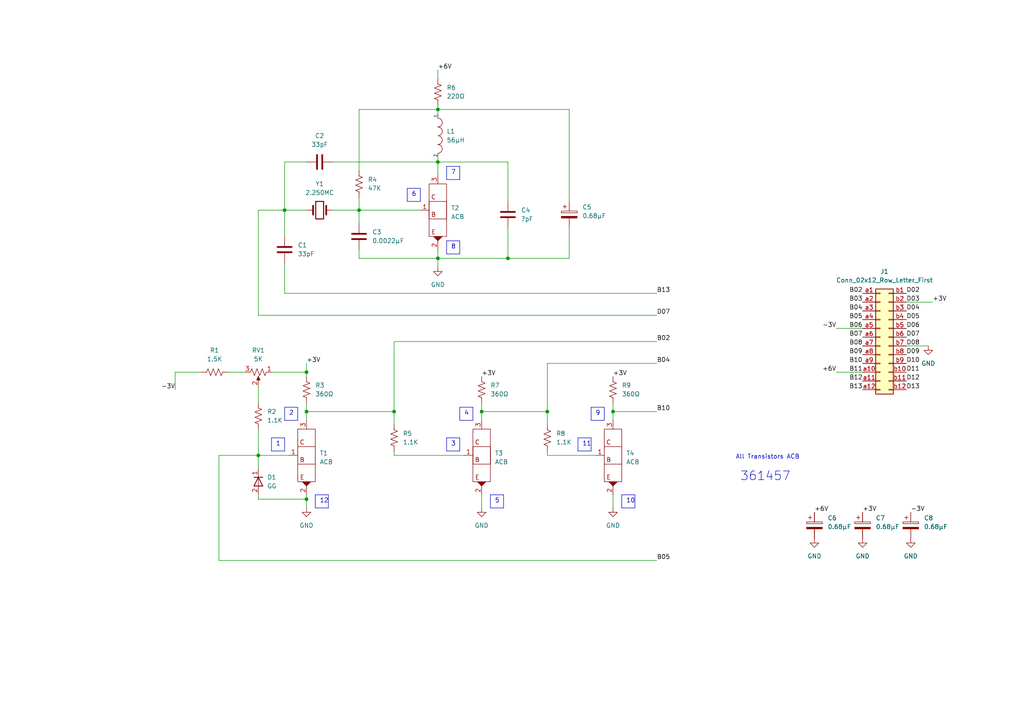
<source format=kicad_sch>
(kicad_sch (version 20211123) (generator eeschema)
  (paper "A4")
  (lib_symbols
    (symbol "Connector_Generic:Conn_02x12_Row_Letter_First" (pin_names (offset 1.016) hide)
      (property "Reference" "J" (at 1.27 15.24 0))
      (property "Value" "Conn_02x12_Row_Letter_First" (at 1.27 -17.78 0))
      (symbol "Conn_02x12_Row_Letter_First_1_1"
        (rectangle (start -1.27 -15.113) (end 0 -15.367) (stroke (width 0.1524)))
        (rectangle (start -1.27 -12.573) (end 0 -12.827) (stroke (width 0.1524)))
        (rectangle (start -1.27 -10.033) (end 0 -10.287) (stroke (width 0.1524)))
        (rectangle (start -1.27 -7.493) (end 0 -7.747) (stroke (width 0.1524)))
        (rectangle (start -1.27 -4.953) (end 0 -5.207) (stroke (width 0.1524)))
        (rectangle (start -1.27 -2.413) (end 0 -2.667) (stroke (width 0.1524)))
        (rectangle (start -1.27 0.127) (end 0 -0.127) (stroke (width 0.1524)))
        (rectangle (start -1.27 2.667) (end 0 2.413) (stroke (width 0.1524)))
        (rectangle (start -1.27 5.207) (end 0 4.953) (stroke (width 0.1524)))
        (rectangle (start -1.27 7.747) (end 0 7.493) (stroke (width 0.1524)))
        (rectangle (start -1.27 10.287) (end 0 10.033) (stroke (width 0.1524)))
        (rectangle (start -1.27 12.827) (end 0 12.573) (stroke (width 0.1524)))
        (rectangle (start -1.27 13.97) (end 3.81 -16.51) (stroke (width 0.254)) (fill (type background)))
        (rectangle (start 3.81 -15.113) (end 2.54 -15.367) (stroke (width 0.1524)))
        (rectangle (start 3.81 -12.573) (end 2.54 -12.827) (stroke (width 0.1524)))
        (rectangle (start 3.81 -10.033) (end 2.54 -10.287) (stroke (width 0.1524)))
        (rectangle (start 3.81 -7.493) (end 2.54 -7.747) (stroke (width 0.1524)))
        (rectangle (start 3.81 -4.953) (end 2.54 -5.207) (stroke (width 0.1524)))
        (rectangle (start 3.81 -2.413) (end 2.54 -2.667) (stroke (width 0.1524)))
        (rectangle (start 3.81 0.127) (end 2.54 -0.127) (stroke (width 0.1524)))
        (rectangle (start 3.81 2.667) (end 2.54 2.413) (stroke (width 0.1524)))
        (rectangle (start 3.81 5.207) (end 2.54 4.953) (stroke (width 0.1524)))
        (rectangle (start 3.81 7.747) (end 2.54 7.493) (stroke (width 0.1524)))
        (rectangle (start 3.81 10.287) (end 2.54 10.033) (stroke (width 0.1524)))
        (rectangle (start 3.81 12.827) (end 2.54 12.573) (stroke (width 0.1524)))
        (pin passive line (at -5.08 12.7 0) (length 3.81) (name "Pin_a1") (number "a1"))
        (pin passive line (at -5.08 -10.16 0) (length 3.81) (name "Pin_a10") (number "a10"))
        (pin passive line (at -5.08 -12.7 0) (length 3.81) (name "Pin_a11") (number "a11"))
        (pin passive line (at -5.08 -15.24 0) (length 3.81) (name "Pin_a12") (number "a12"))
        (pin passive line (at -5.08 10.16 0) (length 3.81) (name "Pin_a2") (number "a2"))
        (pin passive line (at -5.08 7.62 0) (length 3.81) (name "Pin_a3") (number "a3"))
        (pin passive line (at -5.08 5.08 0) (length 3.81) (name "Pin_a4") (number "a4"))
        (pin passive line (at -5.08 2.54 0) (length 3.81) (name "Pin_a5") (number "a5"))
        (pin passive line (at -5.08 0 0) (length 3.81) (name "Pin_a6") (number "a6"))
        (pin passive line (at -5.08 -2.54 0) (length 3.81) (name "Pin_a7") (number "a7"))
        (pin passive line (at -5.08 -5.08 0) (length 3.81) (name "Pin_a8") (number "a8"))
        (pin passive line (at -5.08 -7.62 0) (length 3.81) (name "Pin_a9") (number "a9"))
        (pin passive line (at 7.62 12.7 180) (length 3.81) (name "Pin_b1") (number "b1"))
        (pin passive line (at 7.62 -10.16 180) (length 3.81) (name "Pin_b10") (number "b10"))
        (pin passive line (at 7.62 -12.7 180) (length 3.81) (name "Pin_b11") (number "b11"))
        (pin passive line (at 7.62 -15.24 180) (length 3.81) (name "Pin_b12") (number "b12"))
        (pin passive line (at 7.62 10.16 180) (length 3.81) (name "Pin_b2") (number "b2"))
        (pin passive line (at 7.62 7.62 180) (length 3.81) (name "Pin_b3") (number "b3"))
        (pin passive line (at 7.62 5.08 180) (length 3.81) (name "Pin_b4") (number "b4"))
        (pin passive line (at 7.62 2.54 180) (length 3.81) (name "Pin_b5") (number "b5"))
        (pin passive line (at 7.62 0 180) (length 3.81) (name "Pin_b6") (number "b6"))
        (pin passive line (at 7.62 -2.54 180) (length 3.81) (name "Pin_b7") (number "b7"))
        (pin passive line (at 7.62 -5.08 180) (length 3.81) (name "Pin_b8") (number "b8"))
        (pin passive line (at 7.62 -7.62 180) (length 3.81) (name "Pin_b9") (number "b9"))
      )
    )
    (symbol "Device:C" (pin_numbers hide) (pin_names (offset 0.254))
      (property "Reference" "C" (at 0.635 2.54 0))
      (property "Value" "C" (at 0.635 -2.54 0))
      (symbol "C_0_1"
        (polyline (pts (xy -2.032 -0.762) (xy 2.032 -0.762)) (stroke (width 0.508)))
        (polyline (pts (xy -2.032 0.762) (xy 2.032 0.762)) (stroke (width 0.508)))
      )
      (symbol "C_1_1"
        (pin passive line (at 0 3.81 270) (length 2.794) (name "~") (number "1"))
        (pin passive line (at 0 -3.81 90) (length 2.794) (name "~") (number "2"))
      )
    )
    (symbol "Device:C_Polarized" (pin_numbers hide) (pin_names (offset 0.254))
      (property "Reference" "C" (at 0.635 2.54 0))
      (property "Value" "C_Polarized" (at 0.635 -2.54 0))
      (symbol "C_Polarized_0_1"
        (rectangle (start -2.286 0.508) (end 2.286 1.016))
        (polyline (pts (xy -1.778 2.286) (xy -0.762 2.286)))
        (polyline (pts (xy -1.27 2.794) (xy -1.27 1.778)))
        (rectangle (start 2.286 -0.508) (end -2.286 -1.016) (fill (type outline)))
      )
      (symbol "C_Polarized_1_1"
        (pin passive line (at 0 3.81 270) (length 2.794) (name "~") (number "1"))
        (pin passive line (at 0 -3.81 90) (length 2.794) (name "~") (number "2"))
      )
    )
    (symbol "Device:Crystal" (pin_numbers hide) (pin_names (offset 1.016) hide)
      (property "Reference" "Y" (at 0 3.81 0))
      (property "Value" "Crystal" (at 0 -3.81 0))
      (symbol "Crystal_0_1"
        (rectangle (start -1.143 2.54) (end 1.143 -2.54) (stroke (width 0.3048)))
        (polyline (pts (xy -2.54 0) (xy -1.905 0)))
        (polyline (pts (xy -1.905 -1.27) (xy -1.905 1.27)) (stroke (width 0.508)))
        (polyline (pts (xy 1.905 -1.27) (xy 1.905 1.27)) (stroke (width 0.508)))
        (polyline (pts (xy 2.54 0) (xy 1.905 0)))
      )
      (symbol "Crystal_1_1"
        (pin passive line (at -3.81 0 0) (length 1.27) (name "1") (number "1"))
        (pin passive line (at 3.81 0 180) (length 1.27) (name "2") (number "2"))
      )
    )
    (symbol "Device:R_Potentiometer_US" (pin_names (offset 1.016) hide)
      (property "Reference" "RV" (at -4.445 0 90))
      (property "Value" "R_Potentiometer_US" (at -2.54 0 90))
      (symbol "R_Potentiometer_US_0_1"
        (polyline (pts (xy 0 -2.286) (xy 0 -2.54)))
        (polyline (pts (xy 0 2.54) (xy 0 2.286)))
        (polyline (pts (xy 2.54 0) (xy 1.524 0)))
        (polyline (pts (xy 1.143 0) (xy 2.286 0.508) (xy 2.286 -0.508) (xy 1.143 0)) (fill (type outline)))
        (polyline (pts (xy 0 -0.762) (xy 1.016 -1.143) (xy 0 -1.524) (xy -1.016 -1.905) (xy 0 -2.286)))
        (polyline (pts (xy 0 0.762) (xy 1.016 0.381) (xy 0 0) (xy -1.016 -0.381) (xy 0 -0.762)))
        (polyline (pts (xy 0 2.286) (xy 1.016 1.905) (xy 0 1.524) (xy -1.016 1.143) (xy 0 0.762)))
      )
      (symbol "R_Potentiometer_US_1_1"
        (pin passive line (at 0 3.81 270) (length 1.27) (name "1") (number "1"))
        (pin passive line (at 3.81 0 180) (length 1.27) (name "2") (number "2"))
        (pin passive line (at 0 -3.81 90) (length 1.27) (name "3") (number "3"))
      )
    )
    (symbol "Device:R_US" (pin_numbers hide) (pin_names (offset 0))
      (property "Reference" "R" (at 2.54 0 90))
      (property "Value" "R_US" (at -2.54 0 90))
      (symbol "R_US_0_1"
        (polyline (pts (xy 0 -2.286) (xy 0 -2.54)))
        (polyline (pts (xy 0 2.286) (xy 0 2.54)))
        (polyline (pts (xy 0 -0.762) (xy 1.016 -1.143) (xy 0 -1.524) (xy -1.016 -1.905) (xy 0 -2.286)))
        (polyline (pts (xy 0 0.762) (xy 1.016 0.381) (xy 0 0) (xy -1.016 -0.381) (xy 0 -0.762)))
        (polyline (pts (xy 0 2.286) (xy 1.016 1.905) (xy 0 1.524) (xy -1.016 1.143) (xy 0 0.762)))
      )
      (symbol "R_US_1_1"
        (pin passive line (at 0 3.81 270) (length 1.27) (name "~") (number "1"))
        (pin passive line (at 0 -3.81 90) (length 1.27) (name "~") (number "2"))
      )
    )
    (symbol "IBM_SLT-SLD:IBM_Diode"
      (property "Reference" "D" (at 0 5.08 0))
      (property "Value" "IBM_Diode" (at 0 2.54 0))
      (symbol "IBM_Diode_0_1"
        (polyline (pts (xy -1.27 1.27) (xy -1.27 -1.27)) (stroke (width 0.254)))
        (polyline (pts (xy 1.27 0) (xy -1.27 0)))
        (polyline (pts (xy 1.27 1.27) (xy 1.27 -1.27) (xy -1.27 0) (xy 1.27 1.27)) (stroke (width 0.254)))
      )
      (symbol "IBM_Diode_1_1"
        (pin passive line (at -3.81 0 0) (length 2.54) (name "K") (number "1"))
        (pin passive line (at 3.81 0 180) (length 2.54) (name "A") (number "2"))
      )
    )
    (symbol "IBM_SLT-SLD:IBM_Transistor"
      (property "Reference" "T" (at 0 5.08 0))
      (property "Value" "IBM_Transistor" (at 7.62 8.89 0))
      (symbol "IBM_Transistor_0_0"
        (text "B" (at -1.27 -1.27 0) (effects (font (size 1.27 1.27))))
        (text "C" (at -1.27 3.81 0) (effects (font (size 1.27 1.27))))
        (text "E" (at -1.27 -6.35 0) (effects (font (size 1.27 1.27))))
      )
      (symbol "IBM_Transistor_0_1"
        (rectangle (start -2.54 2.54) (end 2.54 -2.54))
        (rectangle (start -2.54 7.62) (end 2.54 -7.62))
        (polyline (pts (xy -1.27 -7.62) (xy 0 -8.89) (xy 1.27 -7.62)) (fill (type outline)))
      )
      (symbol "IBM_Transistor_1_1"
        (pin passive line (at -5.08 0 0) (length 2.54) (name "B") (number "1"))
        (pin passive line (at 0 -11.43 90) (length 2.54) (name "E") (number "2"))
        (pin passive line (at 0 10.16 270) (length 2.54) (name "C") (number "3"))
      )
    )
    (symbol "power:GND" (power) (pin_names (offset 0))
      (property "Value" "GND" (at 0 -3.81 0))
      (symbol "GND_0_1"
        (polyline (pts (xy 0 0) (xy 0 -1.27) (xy 1.27 -1.27) (xy 0 -2.54) (xy -1.27 -1.27) (xy 0 -1.27)))
      )
      (symbol "GND_1_1"
        (pin power_in line (at 0 0 270) (length 0) hide (name "GND") (number "1"))
      )
    )
    (symbol "pspice:INDUCTOR" (pin_numbers hide) (pin_names (offset 0))
      (property "Reference" "L" (at 0 2.54 0))
      (property "Value" "INDUCTOR" (at 0 -1.27 0))
      (symbol "INDUCTOR_0_1"
        (arc (start -2.54 0) (mid -3.81 1.27) (end -5.08 0))
        (arc (start 0 0) (mid -1.27 1.27) (end -2.54 0))
        (arc (start 2.54 0) (mid 1.27 1.27) (end 0 0))
        (arc (start 5.08 0) (mid 3.81 1.27) (end 2.54 0))
      )
      (symbol "INDUCTOR_1_1"
        (pin input line (at -6.35 0 0) (length 1.27) (name "1") (number "1"))
        (pin input line (at 6.35 0 180) (length 1.27) (name "2") (number "2"))
      )
    )
  )
  (junction (at 177.8 119.38))
  (junction (at 127 74.93))
  (junction (at 127 31.75))
  (junction (at 147.32 74.93))
  (junction (at 158.75 119.38))
  (junction (at 88.9 144.78))
  (junction (at 104.14 60.96))
  (junction (at 139.7 119.38))
  (junction (at 127 46.99))
  (junction (at 114.3 119.38))
  (junction (at 74.93 132.08))
  (junction (at 88.9 107.95))
  (junction (at 88.9 119.38))
  (junction (at 82.55 60.96))
  (polyline (pts (xy 129.54 69.85) (xy 129.54 73.66)) (stroke (width 0) (type solid)))
  (wire (pts (xy 88.9 116.84) (xy 88.9 119.38)))
  (wire (pts (xy 158.75 119.38) (xy 158.75 105.41)))
  (wire (pts (xy 147.32 74.93) (xy 127 74.93)))
  (polyline (pts (xy 171.45 130.81) (xy 171.45 127)) (stroke (width 0) (type solid)))
  (wire (pts (xy 114.3 119.38) (xy 114.3 99.06)))
  (wire (pts (xy 139.7 119.38) (xy 139.7 121.92)))
  (wire (pts (xy 127 46.99) (xy 127 50.8)))
  (wire (pts (xy 177.8 147.32) (xy 177.8 143.51)))
  (polyline (pts (xy 171.45 121.92) (xy 175.26 121.92)) (stroke (width 0) (type solid)))
  (wire (pts (xy 114.3 130.81) (xy 114.3 132.08)))
  (polyline (pts (xy 142.24 147.32) (xy 146.05 147.32)) (stroke (width 0) (type solid)))
  (wire (pts (xy 88.9 105.41) (xy 88.9 107.95)))
  (wire (pts (xy 88.9 46.99) (xy 82.55 46.99)))
  (wire (pts (xy 165.1 66.04) (xy 165.1 74.93)))
  (wire (pts (xy 88.9 144.78) (xy 88.9 147.32)))
  (wire (pts (xy 127 31.75) (xy 127 33.02)))
  (wire (pts (xy 82.55 60.96) (xy 88.9 60.96)))
  (wire (pts (xy 262.89 100.33) (xy 269.24 100.33)))
  (polyline (pts (xy 133.35 118.11) (xy 133.35 121.92)) (stroke (width 0) (type solid)))
  (polyline (pts (xy 118.11 54.61) (xy 118.11 58.42)) (stroke (width 0) (type solid)))
  (wire (pts (xy 82.55 46.99) (xy 82.55 60.96)))
  (wire (pts (xy 88.9 107.95) (xy 88.9 109.22)))
  (wire (pts (xy 147.32 66.04) (xy 147.32 74.93)))
  (wire (pts (xy 165.1 31.75) (xy 127 31.75)))
  (wire (pts (xy 50.8 107.95) (xy 50.8 113.03)))
  (wire (pts (xy 114.3 119.38) (xy 88.9 119.38)))
  (wire (pts (xy 114.3 99.06) (xy 190.5 99.06)))
  (wire (pts (xy 78.74 107.95) (xy 88.9 107.95)))
  (polyline (pts (xy 129.54 73.66) (xy 133.35 73.66)) (stroke (width 0) (type solid)))
  (polyline (pts (xy 91.44 147.32) (xy 95.25 147.32)) (stroke (width 0) (type solid)))
  (wire (pts (xy 83.82 132.08) (xy 74.93 132.08)))
  (wire (pts (xy 104.14 31.75) (xy 127 31.75)))
  (wire (pts (xy 74.93 91.44) (xy 74.93 60.96)))
  (polyline (pts (xy 82.55 130.81) (xy 82.55 127)) (stroke (width 0) (type solid)))
  (wire (pts (xy 104.14 57.15) (xy 104.14 60.96)))
  (polyline (pts (xy 82.55 121.92) (xy 86.36 121.92)) (stroke (width 0) (type solid)))
  (polyline (pts (xy 78.74 127) (xy 82.55 127)) (stroke (width 0) (type solid)))
  (wire (pts (xy 127 74.93) (xy 127 77.47)))
  (polyline (pts (xy 82.55 118.11) (xy 86.36 118.11)) (stroke (width 0) (type solid)))
  (wire (pts (xy 165.1 74.93) (xy 147.32 74.93)))
  (wire (pts (xy 158.75 130.81) (xy 158.75 132.08)))
  (polyline (pts (xy 175.26 121.92) (xy 175.26 118.11)) (stroke (width 0) (type solid)))
  (polyline (pts (xy 91.44 143.51) (xy 91.44 147.32)) (stroke (width 0) (type solid)))
  (wire (pts (xy 63.5 162.56) (xy 190.5 162.56)))
  (wire (pts (xy 88.9 119.38) (xy 88.9 121.92)))
  (polyline (pts (xy 142.24 143.51) (xy 142.24 147.32)) (stroke (width 0) (type solid)))
  (wire (pts (xy 177.8 116.84) (xy 177.8 119.38)))
  (wire (pts (xy 96.52 46.99) (xy 127 46.99)))
  (wire (pts (xy 127 72.39) (xy 127 74.93)))
  (polyline (pts (xy 86.36 121.92) (xy 86.36 118.11)) (stroke (width 0) (type solid)))
  (wire (pts (xy 96.52 60.96) (xy 104.14 60.96)))
  (wire (pts (xy 104.14 72.39) (xy 104.14 74.93)))
  (polyline (pts (xy 129.54 52.07) (xy 133.35 52.07)) (stroke (width 0) (type solid)))
  (wire (pts (xy 127 20.32) (xy 127 22.86)))
  (polyline (pts (xy 129.54 48.26) (xy 129.54 52.07)) (stroke (width 0) (type solid)))
  (wire (pts (xy 127 30.48) (xy 127 31.75)))
  (polyline (pts (xy 171.45 118.11) (xy 171.45 121.92)) (stroke (width 0) (type solid)))
  (polyline (pts (xy 180.34 143.51) (xy 180.34 147.32)) (stroke (width 0) (type solid)))
  (wire (pts (xy 104.14 60.96) (xy 121.92 60.96)))
  (polyline (pts (xy 118.11 54.61) (xy 121.92 54.61)) (stroke (width 0) (type solid)))
  (polyline (pts (xy 184.15 147.32) (xy 184.15 143.51)) (stroke (width 0) (type solid)))
  (polyline (pts (xy 167.64 127) (xy 171.45 127)) (stroke (width 0) (type solid)))
  (polyline (pts (xy 78.74 130.81) (xy 82.55 130.81)) (stroke (width 0) (type solid)))
  (wire (pts (xy 74.93 60.96) (xy 82.55 60.96)))
  (wire (pts (xy 58.42 107.95) (xy 50.8 107.95)))
  (wire (pts (xy 74.93 143.51) (xy 74.93 144.78)))
  (polyline (pts (xy 133.35 130.81) (xy 133.35 127)) (stroke (width 0) (type solid)))
  (wire (pts (xy 104.14 49.53) (xy 104.14 31.75)))
  (polyline (pts (xy 133.35 52.07) (xy 133.35 48.26)) (stroke (width 0) (type solid)))
  (wire (pts (xy 114.3 132.08) (xy 134.62 132.08)))
  (polyline (pts (xy 78.74 127) (xy 78.74 130.81)) (stroke (width 0) (type solid)))
  (wire (pts (xy 262.89 87.63) (xy 270.51 87.63)))
  (wire (pts (xy 82.55 68.58) (xy 82.55 60.96)))
  (polyline (pts (xy 180.34 143.51) (xy 184.15 143.51)) (stroke (width 0) (type solid)))
  (wire (pts (xy 104.14 60.96) (xy 104.14 64.77)))
  (wire (pts (xy 74.93 144.78) (xy 88.9 144.78)))
  (wire (pts (xy 158.75 123.19) (xy 158.75 119.38)))
  (wire (pts (xy 74.93 132.08) (xy 74.93 135.89)))
  (polyline (pts (xy 137.16 121.92) (xy 137.16 118.11)) (stroke (width 0) (type solid)))
  (wire (pts (xy 147.32 58.42) (xy 147.32 46.99)))
  (polyline (pts (xy 91.44 143.51) (xy 95.25 143.51)) (stroke (width 0) (type solid)))
  (wire (pts (xy 242.57 107.95) (xy 250.19 107.95)))
  (wire (pts (xy 158.75 119.38) (xy 139.7 119.38)))
  (polyline (pts (xy 129.54 69.85) (xy 133.35 69.85)) (stroke (width 0) (type solid)))
  (wire (pts (xy 177.8 119.38) (xy 190.5 119.38)))
  (wire (pts (xy 104.14 74.93) (xy 127 74.93)))
  (wire (pts (xy 158.75 105.41) (xy 190.5 105.41)))
  (wire (pts (xy 88.9 143.51) (xy 88.9 144.78)))
  (wire (pts (xy 158.75 132.08) (xy 172.72 132.08)))
  (polyline (pts (xy 171.45 118.11) (xy 175.26 118.11)) (stroke (width 0) (type solid)))
  (polyline (pts (xy 133.35 121.92) (xy 137.16 121.92)) (stroke (width 0) (type solid)))
  (polyline (pts (xy 95.25 147.32) (xy 95.25 143.51)) (stroke (width 0) (type solid)))
  (wire (pts (xy 139.7 147.32) (xy 139.7 143.51)))
  (polyline (pts (xy 129.54 127) (xy 133.35 127)) (stroke (width 0) (type solid)))
  (wire (pts (xy 82.55 76.2) (xy 82.55 85.09)))
  (wire (pts (xy 74.93 111.76) (xy 74.93 116.84)))
  (wire (pts (xy 74.93 124.46) (xy 74.93 132.08)))
  (polyline (pts (xy 133.35 118.11) (xy 137.16 118.11)) (stroke (width 0) (type solid)))
  (wire (pts (xy 74.93 132.08) (xy 63.5 132.08)))
  (polyline (pts (xy 146.05 147.32) (xy 146.05 143.51)) (stroke (width 0) (type solid)))
  (polyline (pts (xy 129.54 48.26) (xy 133.35 48.26)) (stroke (width 0) (type solid)))
  (wire (pts (xy 82.55 85.09) (xy 190.5 85.09)))
  (wire (pts (xy 190.5 91.44) (xy 74.93 91.44)))
  (wire (pts (xy 139.7 116.84) (xy 139.7 119.38)))
  (polyline (pts (xy 121.92 58.42) (xy 121.92 54.61)) (stroke (width 0) (type solid)))
  (polyline (pts (xy 142.24 143.51) (xy 146.05 143.51)) (stroke (width 0) (type solid)))
  (wire (pts (xy 177.8 119.38) (xy 177.8 121.92)))
  (wire (pts (xy 66.04 107.95) (xy 71.12 107.95)))
  (polyline (pts (xy 167.64 130.81) (xy 171.45 130.81)) (stroke (width 0) (type solid)))
  (polyline (pts (xy 180.34 147.32) (xy 184.15 147.32)) (stroke (width 0) (type solid)))
  (wire (pts (xy 165.1 58.42) (xy 165.1 31.75)))
  (wire (pts (xy 147.32 46.99) (xy 127 46.99)))
  (polyline (pts (xy 82.55 118.11) (xy 82.55 121.92)) (stroke (width 0) (type solid)))
  (wire (pts (xy 127 45.72) (xy 127 46.99)))
  (polyline (pts (xy 133.35 73.66) (xy 133.35 69.85)) (stroke (width 0) (type solid)))
  (wire (pts (xy 242.57 95.25) (xy 250.19 95.25)))
  (wire (pts (xy 114.3 123.19) (xy 114.3 119.38)))
  (wire (pts (xy 63.5 132.08) (xy 63.5 162.56)))
  (polyline (pts (xy 167.64 127) (xy 167.64 130.81)) (stroke (width 0) (type solid)))
  (polyline (pts (xy 129.54 127) (xy 129.54 130.81)) (stroke (width 0) (type solid)))
  (polyline (pts (xy 129.54 130.81) (xy 133.35 130.81)) (stroke (width 0) (type solid)))
  (polyline (pts (xy 118.11 58.42) (xy 121.92 58.42)) (stroke (width 0) (type solid)))
  (text "11" (at 168.91 129.54 0) (effects (font (size 1.27 1.27)) (justify left bottom)))
  (text "10" (at 181.61 146.05 0) (effects (font (size 1.27 1.27)) (justify left bottom)))
  (text "3" (at 130.81 129.54 0) (effects (font (size 1.27 1.27)) (justify left bottom)))
  (text "2" (at 83.82 120.65 0) (effects (font (size 1.27 1.27)) (justify left bottom)))
  (text "6" (at 119.38 57.15 0) (effects (font (size 1.27 1.27)) (justify left bottom)))
  (text "361457" (at 214.63 139.7 0) (effects (font (size 2.54 2.54)) (justify left bottom)))
  (text "4" (at 134.62 120.65 0) (effects (font (size 1.27 1.27)) (justify left bottom)))
  (text "All Transistors ACB" (at 213.36 133.35 0) (effects (font (size 1.27 1.27)) (justify left bottom)))
  (text "12" (at 92.71 146.05 0) (effects (font (size 1.27 1.27)) (justify left bottom)))
  (text "5" (at 143.51 146.05 0) (effects (font (size 1.27 1.27)) (justify left bottom)))
  (text "7" (at 130.81 50.8 0) (effects (font (size 1.27 1.27)) (justify left bottom)))
  (text "8" (at 130.81 72.39 0) (effects (font (size 1.27 1.27)) (justify left bottom)))
  (text "1" (at 80.01 129.54 0) (effects (font (size 1.27 1.27)) (justify left bottom)))
  (text "9" (at 172.72 120.65 0) (effects (font (size 1.27 1.27)) (justify left bottom)))
  (label "-3V" (at 50.8 113.03 180))
  (label "+3V" (at 270.51 87.63 0))
  (label "+3V" (at 250.19 148.59 0))
  (label "-3V" (at 242.57 95.25 180))
  (label "D06" (at 262.89 95.25 0))
  (label "+6V" (at 242.57 107.95 180))
  (label "D13" (at 262.89 113.03 0))
  (label "D09" (at 262.89 102.87 0))
  (label "B04" (at 190.5 105.41 0))
  (label "+3V" (at 139.7 109.22 0))
  (label "B12" (at 250.19 110.49 180))
  (label "B02" (at 250.19 85.09 180))
  (label "B11" (at 250.19 107.95 180))
  (label "D07" (at 262.89 97.79 0))
  (label "B13" (at 190.5 85.09 0))
  (label "+6V" (at 127 20.32 0))
  (label "B10" (at 250.19 105.41 180))
  (label "B09" (at 250.19 102.87 180))
  (label "+3V" (at 177.8 109.22 0))
  (label "D02" (at 262.89 85.09 0))
  (label "B05" (at 250.19 92.71 180))
  (label "+3V" (at 88.9 105.41 0))
  (label "B05" (at 190.5 162.56 0))
  (label "B04" (at 250.19 90.17 180))
  (label "D05" (at 262.89 92.71 0))
  (label "B13" (at 250.19 113.03 180))
  (label "D11" (at 262.89 107.95 0))
  (label "+6V" (at 236.22 148.59 0))
  (label "B08" (at 250.19 100.33 180))
  (label "-3V" (at 264.16 148.59 0))
  (label "D04" (at 262.89 90.17 0))
  (label "B03" (at 250.19 87.63 180))
  (label "B06" (at 250.19 95.25 180))
  (label "D12" (at 262.89 110.49 0))
  (label "D08" (at 262.89 100.33 0))
  (label "B07" (at 250.19 97.79 180))
  (label "D03" (at 262.89 87.63 0))
  (label "D10" (at 262.89 105.41 0))
  (label "B02" (at 190.5 99.06 0))
  (label "B10" (at 190.5 119.38 0))
  (label "D07" (at 190.5 91.44 0))
  (symbol (lib_id "Device:C") (at 92.71 46.99 90) (unit 1)
    (property "Reference" "C2" (at 92.71 39.37 90))
    (property "Value" "33pF" (at 92.71 41.91 90))
  )
  (symbol (lib_id "Device:R_US") (at 88.9 113.03 180) (unit 1)
    (property "Reference" "R3" (at 91.44 111.7599 0) (effects (justify right)))
    (property "Value" "360Ω" (at 91.44 114.2999 0) (effects (justify right)))
  )
  (symbol (lib_id "Device:C_Polarized") (at 165.1 62.23 0) (unit 1)
    (property "Reference" "C5" (at 168.91 60.0709 0) (effects (justify left)))
    (property "Value" "0.68μF" (at 168.91 62.6109 0) (effects (justify left)))
  )
  (symbol (lib_id "power:GND") (at 177.8 147.32 0) (unit 1)
    (property "Reference" "#PWR04" (effects hide))
    (property "Value" "GND" (at 177.8 152.4 0))
  )
  (symbol (lib_id "Device:C_Polarized") (at 236.22 152.4 0) (unit 1)
    (property "Reference" "C6" (at 240.03 150.2409 0) (effects (justify left)))
    (property "Value" "0.68μF" (at 240.03 152.7809 0) (effects (justify left)))
  )
  (symbol (lib_id "IBM_SLT-SLD:IBM_Diode") (at 74.93 139.7 270) (unit 1)
    (property "Reference" "D1" (at 77.47 138.4299 90) (effects (justify left)))
    (property "Value" "GG" (at 77.47 140.9699 90) (effects (justify left)))
  )
  (symbol (lib_id "Device:R_US") (at 74.93 120.65 180) (unit 1)
    (property "Reference" "R2" (at 77.47 119.3799 0) (effects (justify right)))
    (property "Value" "1.1K" (at 77.47 121.9199 0) (effects (justify right)))
  )
  (symbol (lib_id "Device:C") (at 82.55 72.39 0) (unit 1)
    (property "Reference" "C1" (at 86.36 71.1199 0) (effects (justify left)))
    (property "Value" "33pF" (at 86.36 73.6599 0) (effects (justify left)))
  )
  (symbol (lib_id "pspice:INDUCTOR") (at 127 39.37 270) (unit 1)
    (property "Reference" "L1" (at 129.54 38.0999 90) (effects (justify left)))
    (property "Value" "56μH" (at 129.54 40.6399 90) (effects (justify left)))
  )
  (symbol (lib_id "Device:R_US") (at 104.14 53.34 0) (unit 1)
    (property "Reference" "R4" (at 106.68 52.0699 0) (effects (justify left)))
    (property "Value" "47K" (at 106.68 54.6099 0) (effects (justify left)))
  )
  (symbol (lib_id "Device:C_Polarized") (at 264.16 152.4 0) (unit 1)
    (property "Reference" "C8" (at 267.97 150.2409 0) (effects (justify left)))
    (property "Value" "0.68μF" (at 267.97 152.7809 0) (effects (justify left)))
  )
  (symbol (lib_id "Device:R_US") (at 158.75 127 180) (unit 1)
    (property "Reference" "R8" (at 161.29 125.7299 0) (effects (justify right)))
    (property "Value" "1.1K" (at 161.29 128.2699 0) (effects (justify right)))
  )
  (symbol (lib_id "power:GND") (at 236.22 156.21 0) (unit 1)
    (property "Reference" "#PWR05" (effects hide))
    (property "Value" "GND" (at 236.22 161.29 0))
  )
  (symbol (lib_id "IBM_SLT-SLD:IBM_Transistor") (at 88.9 132.08 0) (unit 1)
    (property "Reference" "T1" (at 92.71 131.4449 0) (effects (justify left)))
    (property "Value" "ACB" (at 92.71 133.9849 0) (effects (justify left)))
  )
  (symbol (lib_id "Device:R_US") (at 62.23 107.95 90) (unit 1)
    (property "Reference" "R1" (at 62.23 101.6 90))
    (property "Value" "1.5K" (at 62.23 104.14 90))
  )
  (symbol (lib_id "Device:C") (at 104.14 68.58 0) (unit 1)
    (property "Reference" "C3" (at 107.95 67.3099 0) (effects (justify left)))
    (property "Value" "0.0022μF" (at 107.95 69.8499 0) (effects (justify left)))
  )
  (symbol (lib_id "IBM_SLT-SLD:IBM_Transistor") (at 177.8 132.08 0) (unit 1)
    (property "Reference" "T4" (at 181.61 131.4449 0) (effects (justify left)))
    (property "Value" "ACB" (at 181.61 133.9849 0) (effects (justify left)))
  )
  (symbol (lib_id "power:GND") (at 127 77.47 0) (unit 1)
    (property "Reference" "#PWR02" (effects hide))
    (property "Value" "GND" (at 127 82.55 0))
  )
  (symbol (lib_id "Device:R_Potentiometer_US") (at 74.93 107.95 270) (unit 1)
    (property "Reference" "RV1" (at 74.93 101.6 90))
    (property "Value" "5K" (at 74.93 104.14 90))
  )
  (symbol (lib_id "Device:R_US") (at 127 26.67 180) (unit 1)
    (property "Reference" "R6" (at 129.54 25.3999 0) (effects (justify right)))
    (property "Value" "220Ω" (at 129.54 27.9399 0) (effects (justify right)))
  )
  (symbol (lib_id "IBM_SLT-SLD:IBM_Transistor") (at 127 60.96 0) (unit 1)
    (property "Reference" "T2" (at 130.81 60.3249 0) (effects (justify left)))
    (property "Value" "ACB" (at 130.81 62.8649 0) (effects (justify left)))
  )
  (symbol (lib_id "power:GND") (at 88.9 147.32 0) (unit 1)
    (property "Reference" "#PWR01" (effects hide))
    (property "Value" "GND" (at 88.9 152.4 0))
  )
  (symbol (lib_id "Device:R_US") (at 139.7 113.03 180) (unit 1)
    (property "Reference" "R7" (at 142.24 111.7599 0) (effects (justify right)))
    (property "Value" "360Ω" (at 142.24 114.2999 0) (effects (justify right)))
  )
  (symbol (lib_id "power:GND") (at 264.16 156.21 0) (unit 1)
    (property "Reference" "#PWR07" (effects hide))
    (property "Value" "GND" (at 264.16 161.29 0))
  )
  (symbol (lib_id "power:GND") (at 269.24 100.33 0) (unit 1)
    (property "Reference" "#PWR08" (effects hide))
    (property "Value" "GND" (at 269.24 105.41 0))
  )
  (symbol (lib_id "Device:Crystal") (at 92.71 60.96 0) (unit 1)
    (property "Reference" "Y1" (at 92.71 53.34 0))
    (property "Value" "2.250MC" (at 92.71 55.88 0))
  )
  (symbol (lib_id "Device:R_US") (at 114.3 127 0) (unit 1)
    (property "Reference" "R5" (at 116.84 125.7299 0) (effects (justify left)))
    (property "Value" "1.1K" (at 116.84 128.2699 0) (effects (justify left)))
  )
  (symbol (lib_id "Device:C_Polarized") (at 250.19 152.4 0) (unit 1)
    (property "Reference" "C7" (at 254 150.2409 0) (effects (justify left)))
    (property "Value" "0.68μF" (at 254 152.7809 0) (effects (justify left)))
  )
  (symbol (lib_id "power:GND") (at 139.7 147.32 0) (unit 1)
    (property "Reference" "#PWR03" (effects hide))
    (property "Value" "GND" (at 139.7 152.4 0))
  )
  (symbol (lib_id "power:GND") (at 250.19 156.21 0) (unit 1)
    (property "Reference" "#PWR06" (effects hide))
    (property "Value" "GND" (at 250.19 161.29 0))
  )
  (symbol (lib_id "Device:R_US") (at 177.8 113.03 180) (unit 1)
    (property "Reference" "R9" (at 180.34 111.7599 0) (effects (justify right)))
    (property "Value" "360Ω" (at 180.34 114.2999 0) (effects (justify right)))
  )
  (symbol (lib_id "Connector_Generic:Conn_02x12_Row_Letter_First") (at 255.27 97.79 0) (unit 1)
    (property "Reference" "J1" (at 256.54 78.74 0))
    (property "Value" "Conn_02x12_Row_Letter_First" (at 256.54 81.28 0))
  )
  (symbol (lib_id "Device:C") (at 147.32 62.23 0) (unit 1)
    (property "Reference" "C4" (at 151.13 60.9599 0) (effects (justify left)))
    (property "Value" "?pF" (at 151.13 63.4999 0) (effects (justify left)))
  )
  (symbol (lib_id "IBM_SLT-SLD:IBM_Transistor") (at 139.7 132.08 0) (unit 1)
    (property "Reference" "T3" (at 143.51 131.4449 0) (effects (justify left)))
    (property "Value" "ACB" (at 143.51 133.9849 0) (effects (justify left)))
  )
)
</source>
